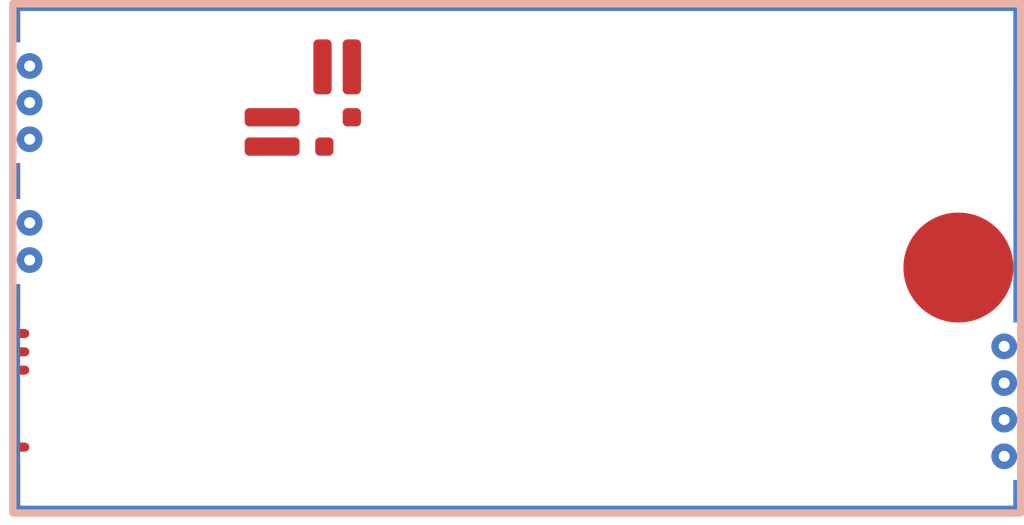
<source format=kicad_pcb>
(kicad_pcb (version 20240108) (generator "pcbnew") (generator_version "8.0")
  (layers (0 "F.Cu" signal) (31 "B.Cu" signal) (34 "B.Paste" user) (35 "F.Paste" user) (36 "B.SilkS" user "B.Silkscreen") (37 "F.SilkS" user "F.Silkscreen") (38 "B.Mask" user) (39 "F.Mask" user) (44 "Edge.Cuts" user))
  (net 0 "")
  (footprint "hellen-one-wbo-0.5:wbo" (layer "F.Cu") (at 93.135 77.995)
    (property "Reference" "M1" (hide yes))
    (property "Value" "Module-wbo-0.5" (hide yes))
    (fp_rect (start 27.6 -14) (end 0.1 -0.1) (stroke (width 0.2)) (fill none) (layer "B.SilkS"))
    (fp_rect (start 27.6 -14) (end 0.1 -0.1) (stroke (width 0.2)) (fill none) (layer "F.SilkS"))
    (pad "E1" thru_hole circle (at 27.15 -1.65 90) (size 0.7 0.7) (drill 0.3) (layers "*.Cu"))
    (pad "E2" thru_hole circle (at 27.15 -4.65 90) (size 0.7 0.7) (drill 0.3) (layers "*.Cu"))
    (pad "E3" thru_hole circle (at 27.15 -3.65 90) (size 0.7 0.7) (drill 0.3) (layers "*.Cu"))
    (pad "E4" thru_hole circle (at 27.15 -2.65 90) (size 0.7 0.7) (drill 0.3) (layers "*.Cu"))
    (pad "E5" smd circle (at 25.9 -6.8) (size 3 3) (layers "F.Cu"))
    (pad "E6" smd rect (at 27.525 -10.3) (size 0.25 3) (layers "F.Cu"))
    (pad "G" smd rect (at 0.175 -13.5) (size 0.25 1.1) (layers "F.Cu"))
    (pad "G" smd rect (at 0.175 -13.5) (size 0.25 1.1) (layers "B.Cu"))
    (pad "G" smd rect (at 0.175 -9.16) (size 0.25 0.98) (layers "F.Cu"))
    (pad "G" smd rect (at 0.175 -9.16) (size 0.25 0.98) (layers "B.Cu"))
    (pad "G" smd rect (at 0.175 -5.86) (size 0.25 0.98) (layers "F.Cu"))
    (pad "G" smd rect (at 0.175 -3.2) (size 0.25 6.3) (layers "B.Cu"))
    (pad "G" smd rect (at 0.175 -0.775) (size 0.25 1.45) (layers "F.Cu"))
    (pad "G" smd rect (at 13.85 -13.925 90) (size 0.25 27.6) (layers "F.Cu"))
    (pad "G" smd rect (at 13.85 -13.925 90) (size 0.25 27.6) (layers "B.Cu"))
    (pad "G" smd rect (at 13.85 -0.175 90) (size 0.25 27.6) (layers "F.Cu"))
    (pad "G" smd rect (at 13.85 -0.175 90) (size 0.25 27.6) (layers "B.Cu"))
    (pad "G" smd rect (at 27.525 -13.075) (size 0.25 1.95) (layers "F.Cu"))
    (pad "G" smd rect (at 27.525 -9.675) (size 0.25 8.75) (layers "B.Cu"))
    (pad "G" smd rect (at 27.525 -0.525) (size 0.25 0.95) (layers "F.Cu"))
    (pad "G" smd rect (at 27.525 -0.525) (size 0.25 0.95) (layers "B.Cu"))
    (pad "J1" smd roundrect (at 9.35 -12.275 180) (size 0.5 1.5) (layers "F.Cu"))
    (pad "J2" smd roundrect (at 7.175 -10.1 180) (size 1.5 0.5) (layers "F.Cu"))
    (pad "J_GND1" smd roundrect (at 8.55 -12.275 180) (size 0.5 1.5) (layers "F.Cu"))
    (pad "J_GND2" smd roundrect (at 8.6 -10.1 270) (size 0.5 0.5) (layers "F.Cu"))
    (pad "J_VCC1" smd roundrect (at 9.35 -10.9 180) (size 0.5 0.5) (layers "F.Cu"))
    (pad "J_VCC2" smd roundrect (at 7.175 -10.9 180) (size 1.5 0.5) (layers "F.Cu"))
    (pad "W1" thru_hole circle (at 0.5588 -11.3 90) (size 0.7 0.7) (drill 0.3) (layers "*.Cu"))
    (pad "W2" thru_hole circle (at 0.5588 -10.3 90) (size 0.7 0.7) (drill 0.3) (layers "*.Cu"))
    (pad "W3" thru_hole circle (at 0.5588 -7.004 90) (size 0.7 0.7) (drill 0.3) (layers "*.Cu"))
    (pad "W4" thru_hole circle (at 0.5588 -8.02 90) (size 0.7 0.7) (drill 0.3) (layers "*.Cu"))
    (pad "W5" smd roundrect (at 0.3 -5) (size 0.5 0.25) (layers "F.Cu") (roundrect_rratio 0.5))
    (pad "W6" smd roundrect (at 0.3 -4.5) (size 0.5 0.25) (layers "F.Cu") (roundrect_rratio 0.5))
    (pad "W7" smd roundrect (at 0.3 -4) (size 0.5 0.25) (layers "F.Cu") (roundrect_rratio 0.5))
    (pad "W8" smd roundrect (at 0.3 -1.9) (size 0.5 0.25) (layers "F.Cu") (roundrect_rratio 0.5))
    (pad "W9" thru_hole circle (at 0.5588 -12.3 90) (size 0.7 0.7) (drill 0.3) (layers "*.Cu"))
  )
)
</source>
